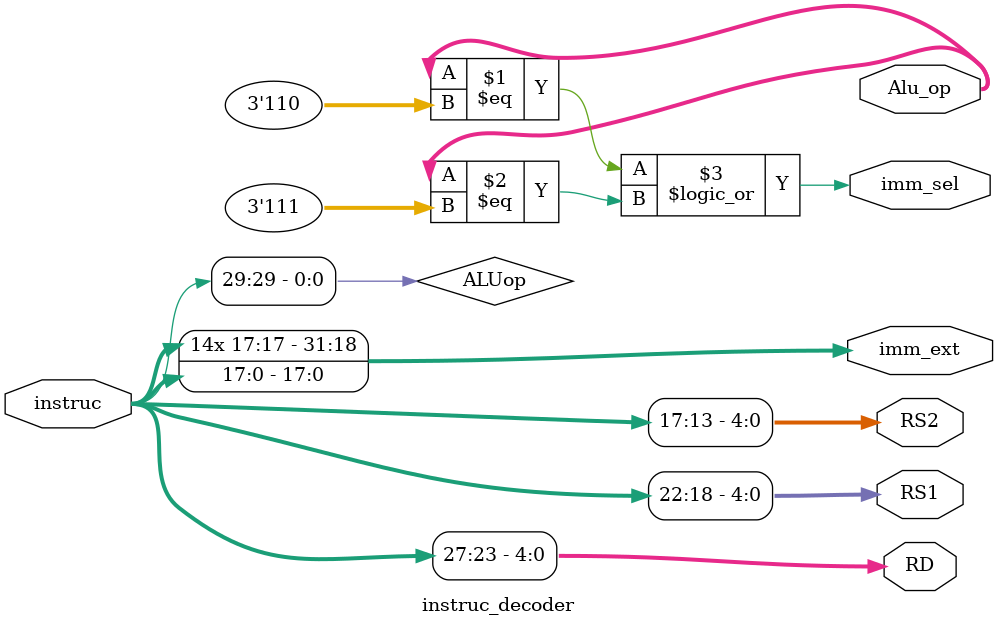
<source format=v>
module instruc_decoder(
    input [31:0] instruc,
    output [2:0] Alu_op,
    output [4:0] RD,
    output [4:0] RS1,
    output [4:0] RS2,
    output [31:0] imm_ext,
    output imm_sel
);

assign ALUop = instruc[31:29];
assign RD = instruc[27:23];
assign RS1 = instruc[22:18];
assign RS2 = instruc[17:13];
assign imm_ext = {{14{instruc[17]}}, instruc[17:0]};
assign imm_sel = (Alu_op == 3'b110 || Alu_op == 3'b111);

endmodule
</source>
